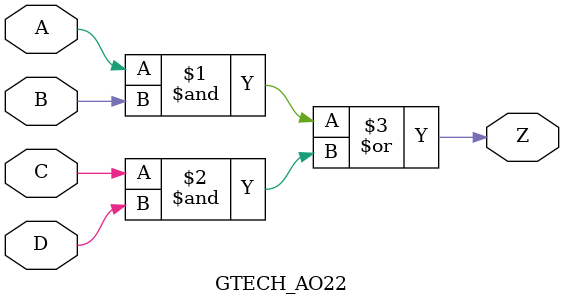
<source format=v>



module GTECH_AO22 (A, B, C, D, Z);  
	input A, B, C, D;
	output Z;

	assign Z = (A & B) | (C & D);
endmodule




</source>
